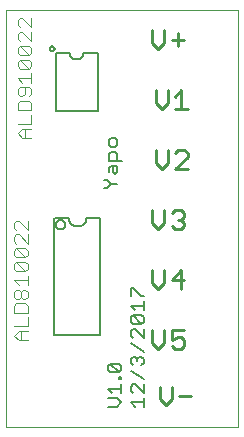
<source format=gto>
G75*
%MOIN*%
%OFA0B0*%
%FSLAX25Y25*%
%IPPOS*%
%LPD*%
%AMOC8*
5,1,8,0,0,1.08239X$1,22.5*
%
%ADD10C,0.00000*%
%ADD11C,0.00700*%
%ADD12C,0.00500*%
%ADD13C,0.00400*%
%ADD14C,0.00900*%
D10*
X0001000Y0001000D02*
X0001000Y0139711D01*
X0078451Y0139711D01*
X0078451Y0001000D01*
X0001000Y0001000D01*
D11*
X0035096Y0007600D02*
X0037965Y0007600D01*
X0039400Y0009035D01*
X0037965Y0010469D01*
X0035096Y0010469D01*
X0036531Y0012204D02*
X0035096Y0013638D01*
X0039400Y0013638D01*
X0039400Y0012204D02*
X0039400Y0015073D01*
X0039400Y0016808D02*
X0038683Y0016808D01*
X0038683Y0017525D01*
X0039400Y0017525D01*
X0039400Y0016808D01*
X0038683Y0019110D02*
X0035814Y0021979D01*
X0038683Y0021979D01*
X0039400Y0021262D01*
X0039400Y0019827D01*
X0038683Y0019110D01*
X0035814Y0019110D01*
X0035096Y0019827D01*
X0035096Y0021262D01*
X0035814Y0021979D01*
X0042596Y0022129D02*
X0042596Y0023564D01*
X0043314Y0024281D01*
X0044031Y0024281D01*
X0044748Y0023564D01*
X0045465Y0024281D01*
X0046183Y0024281D01*
X0046900Y0023564D01*
X0046900Y0022129D01*
X0046183Y0021412D01*
X0044748Y0022846D02*
X0044748Y0023564D01*
X0043314Y0021412D02*
X0042596Y0022129D01*
X0042596Y0019677D02*
X0046900Y0016808D01*
X0046900Y0015073D02*
X0046900Y0012204D01*
X0044031Y0015073D01*
X0043314Y0015073D01*
X0042596Y0014356D01*
X0042596Y0012921D01*
X0043314Y0012204D01*
X0042596Y0009035D02*
X0046900Y0009035D01*
X0046900Y0010469D02*
X0046900Y0007600D01*
X0044031Y0007600D02*
X0042596Y0009035D01*
X0046900Y0026016D02*
X0042596Y0028885D01*
X0043314Y0030620D02*
X0042596Y0031337D01*
X0042596Y0032771D01*
X0043314Y0033489D01*
X0044031Y0033489D01*
X0046900Y0030620D01*
X0046900Y0033489D01*
X0046183Y0035224D02*
X0043314Y0038093D01*
X0046183Y0038093D01*
X0046900Y0037375D01*
X0046900Y0035941D01*
X0046183Y0035224D01*
X0043314Y0035224D01*
X0042596Y0035941D01*
X0042596Y0037375D01*
X0043314Y0038093D01*
X0044031Y0039827D02*
X0042596Y0041262D01*
X0046900Y0041262D01*
X0046900Y0039827D02*
X0046900Y0042697D01*
X0046900Y0044431D02*
X0046183Y0044431D01*
X0043314Y0047301D01*
X0042596Y0047301D01*
X0042596Y0044431D01*
X0034564Y0080434D02*
X0033846Y0080434D01*
X0034564Y0080434D02*
X0035998Y0081869D01*
X0038150Y0081869D01*
X0035998Y0081869D02*
X0034564Y0083303D01*
X0033846Y0083303D01*
X0035281Y0085755D02*
X0035281Y0087190D01*
X0035998Y0087907D01*
X0038150Y0087907D01*
X0038150Y0085755D01*
X0037433Y0085038D01*
X0036715Y0085755D01*
X0036715Y0087907D01*
X0035281Y0089642D02*
X0035281Y0091794D01*
X0035998Y0092511D01*
X0037433Y0092511D01*
X0038150Y0091794D01*
X0038150Y0089642D01*
X0039585Y0089642D02*
X0035281Y0089642D01*
X0035998Y0094246D02*
X0037433Y0094246D01*
X0038150Y0094963D01*
X0038150Y0096398D01*
X0037433Y0097115D01*
X0035998Y0097115D01*
X0035281Y0096398D01*
X0035281Y0094963D01*
X0035998Y0094246D01*
D12*
X0031837Y0106354D02*
X0017663Y0106354D01*
X0017663Y0125646D01*
X0022309Y0125646D01*
X0022309Y0125528D01*
X0022311Y0125438D01*
X0022317Y0125348D01*
X0022326Y0125258D01*
X0022340Y0125169D01*
X0022357Y0125080D01*
X0022378Y0124992D01*
X0022402Y0124905D01*
X0022430Y0124820D01*
X0022462Y0124735D01*
X0022498Y0124652D01*
X0022537Y0124571D01*
X0022579Y0124491D01*
X0022625Y0124413D01*
X0022674Y0124337D01*
X0022726Y0124264D01*
X0022781Y0124192D01*
X0022839Y0124123D01*
X0022900Y0124057D01*
X0022964Y0123993D01*
X0023030Y0123932D01*
X0023099Y0123874D01*
X0023171Y0123819D01*
X0023244Y0123767D01*
X0023320Y0123718D01*
X0023398Y0123672D01*
X0023478Y0123630D01*
X0023559Y0123591D01*
X0023642Y0123555D01*
X0023727Y0123523D01*
X0023812Y0123495D01*
X0023899Y0123471D01*
X0023987Y0123450D01*
X0024076Y0123433D01*
X0024165Y0123419D01*
X0024255Y0123410D01*
X0024345Y0123404D01*
X0024435Y0123402D01*
X0024750Y0123402D01*
X0024843Y0123406D01*
X0024935Y0123415D01*
X0025027Y0123427D01*
X0025119Y0123443D01*
X0025209Y0123463D01*
X0025299Y0123487D01*
X0025387Y0123515D01*
X0025475Y0123546D01*
X0025561Y0123581D01*
X0025645Y0123620D01*
X0025728Y0123662D01*
X0025808Y0123708D01*
X0025887Y0123757D01*
X0025964Y0123810D01*
X0026038Y0123865D01*
X0026110Y0123924D01*
X0026179Y0123986D01*
X0026246Y0124050D01*
X0026309Y0124118D01*
X0026370Y0124188D01*
X0026428Y0124260D01*
X0026483Y0124335D01*
X0026535Y0124412D01*
X0026583Y0124492D01*
X0026628Y0124573D01*
X0026669Y0124656D01*
X0026707Y0124741D01*
X0026741Y0124827D01*
X0026771Y0124915D01*
X0026798Y0125004D01*
X0026821Y0125094D01*
X0026840Y0125184D01*
X0026855Y0125276D01*
X0026866Y0125368D01*
X0026873Y0125461D01*
X0026877Y0125553D01*
X0026876Y0125646D01*
X0031837Y0125646D01*
X0031837Y0106354D01*
X0015695Y0127024D02*
X0015697Y0127080D01*
X0015703Y0127135D01*
X0015713Y0127189D01*
X0015726Y0127243D01*
X0015744Y0127296D01*
X0015765Y0127347D01*
X0015789Y0127397D01*
X0015817Y0127445D01*
X0015849Y0127491D01*
X0015883Y0127535D01*
X0015921Y0127576D01*
X0015961Y0127614D01*
X0016004Y0127649D01*
X0016049Y0127681D01*
X0016097Y0127710D01*
X0016146Y0127736D01*
X0016197Y0127758D01*
X0016249Y0127776D01*
X0016303Y0127790D01*
X0016358Y0127801D01*
X0016413Y0127808D01*
X0016468Y0127811D01*
X0016524Y0127810D01*
X0016579Y0127805D01*
X0016634Y0127796D01*
X0016688Y0127784D01*
X0016741Y0127767D01*
X0016793Y0127747D01*
X0016843Y0127723D01*
X0016891Y0127696D01*
X0016938Y0127666D01*
X0016982Y0127632D01*
X0017024Y0127595D01*
X0017062Y0127555D01*
X0017099Y0127513D01*
X0017132Y0127468D01*
X0017161Y0127422D01*
X0017188Y0127373D01*
X0017210Y0127322D01*
X0017230Y0127270D01*
X0017245Y0127216D01*
X0017257Y0127162D01*
X0017265Y0127107D01*
X0017269Y0127052D01*
X0017269Y0126996D01*
X0017265Y0126941D01*
X0017257Y0126886D01*
X0017245Y0126832D01*
X0017230Y0126778D01*
X0017210Y0126726D01*
X0017188Y0126675D01*
X0017161Y0126626D01*
X0017132Y0126580D01*
X0017099Y0126535D01*
X0017062Y0126493D01*
X0017024Y0126453D01*
X0016982Y0126416D01*
X0016938Y0126382D01*
X0016891Y0126352D01*
X0016843Y0126325D01*
X0016793Y0126301D01*
X0016741Y0126281D01*
X0016688Y0126264D01*
X0016634Y0126252D01*
X0016579Y0126243D01*
X0016524Y0126238D01*
X0016468Y0126237D01*
X0016413Y0126240D01*
X0016358Y0126247D01*
X0016303Y0126258D01*
X0016249Y0126272D01*
X0016197Y0126290D01*
X0016146Y0126312D01*
X0016097Y0126338D01*
X0016049Y0126367D01*
X0016004Y0126399D01*
X0015961Y0126434D01*
X0015921Y0126472D01*
X0015883Y0126513D01*
X0015849Y0126557D01*
X0015817Y0126603D01*
X0015789Y0126651D01*
X0015765Y0126701D01*
X0015744Y0126752D01*
X0015726Y0126805D01*
X0015713Y0126859D01*
X0015703Y0126913D01*
X0015697Y0126968D01*
X0015695Y0127024D01*
X0017270Y0070685D02*
X0021994Y0070685D01*
X0017615Y0068323D02*
X0017617Y0068403D01*
X0017623Y0068483D01*
X0017633Y0068563D01*
X0017647Y0068642D01*
X0017664Y0068720D01*
X0017686Y0068798D01*
X0017711Y0068874D01*
X0017740Y0068949D01*
X0017773Y0069022D01*
X0017810Y0069094D01*
X0017849Y0069163D01*
X0017893Y0069231D01*
X0017939Y0069296D01*
X0017989Y0069359D01*
X0018042Y0069420D01*
X0018097Y0069478D01*
X0018156Y0069533D01*
X0018217Y0069585D01*
X0018281Y0069634D01*
X0018347Y0069679D01*
X0018415Y0069722D01*
X0018485Y0069761D01*
X0018557Y0069796D01*
X0018631Y0069828D01*
X0018706Y0069856D01*
X0018782Y0069881D01*
X0018860Y0069901D01*
X0018939Y0069918D01*
X0019018Y0069931D01*
X0019098Y0069940D01*
X0019178Y0069945D01*
X0019258Y0069946D01*
X0019338Y0069943D01*
X0019418Y0069936D01*
X0019498Y0069925D01*
X0019577Y0069910D01*
X0019655Y0069892D01*
X0019732Y0069869D01*
X0019808Y0069843D01*
X0019882Y0069813D01*
X0019955Y0069779D01*
X0020026Y0069742D01*
X0020095Y0069701D01*
X0020163Y0069657D01*
X0020227Y0069610D01*
X0020290Y0069559D01*
X0020350Y0069506D01*
X0020407Y0069449D01*
X0020461Y0069390D01*
X0020512Y0069328D01*
X0020560Y0069264D01*
X0020605Y0069197D01*
X0020647Y0069129D01*
X0020685Y0069058D01*
X0020720Y0068986D01*
X0020751Y0068911D01*
X0020778Y0068836D01*
X0020801Y0068759D01*
X0020821Y0068681D01*
X0020837Y0068603D01*
X0020849Y0068523D01*
X0020857Y0068443D01*
X0020861Y0068363D01*
X0020861Y0068283D01*
X0020857Y0068203D01*
X0020849Y0068123D01*
X0020837Y0068043D01*
X0020821Y0067965D01*
X0020801Y0067887D01*
X0020778Y0067810D01*
X0020751Y0067735D01*
X0020720Y0067660D01*
X0020685Y0067588D01*
X0020647Y0067517D01*
X0020605Y0067449D01*
X0020560Y0067382D01*
X0020512Y0067318D01*
X0020461Y0067256D01*
X0020407Y0067197D01*
X0020350Y0067140D01*
X0020290Y0067087D01*
X0020227Y0067036D01*
X0020163Y0066989D01*
X0020095Y0066945D01*
X0020026Y0066904D01*
X0019955Y0066867D01*
X0019882Y0066833D01*
X0019808Y0066803D01*
X0019732Y0066777D01*
X0019655Y0066754D01*
X0019577Y0066736D01*
X0019498Y0066721D01*
X0019418Y0066710D01*
X0019338Y0066703D01*
X0019258Y0066700D01*
X0019178Y0066701D01*
X0019098Y0066706D01*
X0019018Y0066715D01*
X0018939Y0066728D01*
X0018860Y0066745D01*
X0018782Y0066765D01*
X0018706Y0066790D01*
X0018631Y0066818D01*
X0018557Y0066850D01*
X0018485Y0066885D01*
X0018415Y0066924D01*
X0018347Y0066967D01*
X0018281Y0067012D01*
X0018217Y0067061D01*
X0018156Y0067113D01*
X0018097Y0067168D01*
X0018042Y0067226D01*
X0017989Y0067287D01*
X0017939Y0067350D01*
X0017893Y0067415D01*
X0017849Y0067483D01*
X0017810Y0067552D01*
X0017773Y0067624D01*
X0017740Y0067697D01*
X0017711Y0067772D01*
X0017686Y0067848D01*
X0017664Y0067926D01*
X0017647Y0068004D01*
X0017633Y0068083D01*
X0017623Y0068163D01*
X0017617Y0068243D01*
X0017615Y0068323D01*
X0017073Y0070488D02*
X0017073Y0031512D01*
X0032427Y0031512D01*
X0032427Y0070488D01*
X0032230Y0070685D02*
X0027900Y0070685D01*
X0027898Y0070577D01*
X0027892Y0070469D01*
X0027882Y0070362D01*
X0027869Y0070255D01*
X0027851Y0070149D01*
X0027829Y0070043D01*
X0027804Y0069938D01*
X0027775Y0069834D01*
X0027742Y0069732D01*
X0027705Y0069630D01*
X0027665Y0069530D01*
X0027621Y0069432D01*
X0027573Y0069335D01*
X0027522Y0069240D01*
X0027468Y0069147D01*
X0027410Y0069056D01*
X0027349Y0068967D01*
X0027284Y0068880D01*
X0027217Y0068796D01*
X0027146Y0068714D01*
X0027073Y0068635D01*
X0026997Y0068559D01*
X0026918Y0068486D01*
X0026836Y0068415D01*
X0026752Y0068348D01*
X0026665Y0068283D01*
X0026576Y0068222D01*
X0026485Y0068164D01*
X0026392Y0068110D01*
X0026297Y0068059D01*
X0026200Y0068011D01*
X0026102Y0067967D01*
X0026002Y0067927D01*
X0025900Y0067890D01*
X0025798Y0067857D01*
X0025694Y0067828D01*
X0025589Y0067803D01*
X0025483Y0067781D01*
X0025377Y0067763D01*
X0025270Y0067750D01*
X0025163Y0067740D01*
X0025055Y0067734D01*
X0024947Y0067732D01*
X0024839Y0067734D01*
X0024731Y0067740D01*
X0024624Y0067750D01*
X0024517Y0067763D01*
X0024411Y0067781D01*
X0024305Y0067803D01*
X0024200Y0067828D01*
X0024096Y0067857D01*
X0023994Y0067890D01*
X0023892Y0067927D01*
X0023792Y0067967D01*
X0023694Y0068011D01*
X0023597Y0068059D01*
X0023502Y0068110D01*
X0023409Y0068164D01*
X0023318Y0068222D01*
X0023229Y0068283D01*
X0023142Y0068348D01*
X0023058Y0068415D01*
X0022976Y0068486D01*
X0022897Y0068559D01*
X0022821Y0068635D01*
X0022748Y0068714D01*
X0022677Y0068796D01*
X0022610Y0068880D01*
X0022545Y0068967D01*
X0022484Y0069056D01*
X0022426Y0069147D01*
X0022372Y0069240D01*
X0022321Y0069335D01*
X0022273Y0069432D01*
X0022229Y0069530D01*
X0022189Y0069630D01*
X0022152Y0069732D01*
X0022119Y0069834D01*
X0022090Y0069938D01*
X0022065Y0070043D01*
X0022043Y0070149D01*
X0022025Y0070255D01*
X0022012Y0070362D01*
X0022002Y0070469D01*
X0021996Y0070577D01*
X0021994Y0070685D01*
D13*
X0008300Y0069665D02*
X0008300Y0066596D01*
X0005231Y0069665D01*
X0004463Y0069665D01*
X0003696Y0068898D01*
X0003696Y0067363D01*
X0004463Y0066596D01*
X0004463Y0065061D02*
X0003696Y0064294D01*
X0003696Y0062759D01*
X0004463Y0061992D01*
X0004463Y0060457D02*
X0003696Y0059690D01*
X0003696Y0058155D01*
X0004463Y0057388D01*
X0007533Y0057388D01*
X0004463Y0060457D01*
X0007533Y0060457D01*
X0008300Y0059690D01*
X0008300Y0058155D01*
X0007533Y0057388D01*
X0007533Y0055853D02*
X0008300Y0055086D01*
X0008300Y0053552D01*
X0007533Y0052784D01*
X0004463Y0055853D01*
X0007533Y0055853D01*
X0007533Y0052784D02*
X0004463Y0052784D01*
X0003696Y0053552D01*
X0003696Y0055086D01*
X0004463Y0055853D01*
X0003696Y0049715D02*
X0008300Y0049715D01*
X0008300Y0048180D02*
X0008300Y0051250D01*
X0005231Y0048180D02*
X0003696Y0049715D01*
X0004463Y0046646D02*
X0003696Y0045878D01*
X0003696Y0044344D01*
X0004463Y0043576D01*
X0005231Y0043576D01*
X0005998Y0044344D01*
X0005998Y0045878D01*
X0006765Y0046646D01*
X0007533Y0046646D01*
X0008300Y0045878D01*
X0008300Y0044344D01*
X0007533Y0043576D01*
X0006765Y0043576D01*
X0005998Y0044344D01*
X0005998Y0045878D02*
X0005231Y0046646D01*
X0004463Y0046646D01*
X0004463Y0042042D02*
X0003696Y0041274D01*
X0003696Y0038972D01*
X0008300Y0038972D01*
X0008300Y0041274D01*
X0007533Y0042042D01*
X0004463Y0042042D01*
X0008300Y0037438D02*
X0008300Y0034369D01*
X0003696Y0034369D01*
X0005231Y0032834D02*
X0003696Y0031299D01*
X0005231Y0029765D01*
X0008300Y0029765D01*
X0008300Y0032834D02*
X0005231Y0032834D01*
X0005998Y0032834D02*
X0005998Y0029765D01*
X0008300Y0061992D02*
X0005231Y0065061D01*
X0004463Y0065061D01*
X0008300Y0065061D02*
X0008300Y0061992D01*
X0007248Y0097265D02*
X0007248Y0100334D01*
X0006481Y0100334D02*
X0009550Y0100334D01*
X0009550Y0101869D02*
X0009550Y0104938D01*
X0009550Y0106472D02*
X0009550Y0108774D01*
X0008783Y0109542D01*
X0005713Y0109542D01*
X0004946Y0108774D01*
X0004946Y0106472D01*
X0009550Y0106472D01*
X0008783Y0111076D02*
X0009550Y0111844D01*
X0009550Y0113378D01*
X0008783Y0114146D01*
X0005713Y0114146D01*
X0004946Y0113378D01*
X0004946Y0111844D01*
X0005713Y0111076D01*
X0006481Y0111076D01*
X0007248Y0111844D01*
X0007248Y0114146D01*
X0006481Y0115680D02*
X0004946Y0117215D01*
X0009550Y0117215D01*
X0009550Y0115680D02*
X0009550Y0118750D01*
X0008783Y0120284D02*
X0005713Y0123353D01*
X0008783Y0123353D01*
X0009550Y0122586D01*
X0009550Y0121052D01*
X0008783Y0120284D01*
X0005713Y0120284D01*
X0004946Y0121052D01*
X0004946Y0122586D01*
X0005713Y0123353D01*
X0005713Y0124888D02*
X0004946Y0125655D01*
X0004946Y0127190D01*
X0005713Y0127957D01*
X0008783Y0124888D01*
X0009550Y0125655D01*
X0009550Y0127190D01*
X0008783Y0127957D01*
X0005713Y0127957D01*
X0005713Y0129492D02*
X0004946Y0130259D01*
X0004946Y0131794D01*
X0005713Y0132561D01*
X0006481Y0132561D01*
X0009550Y0129492D01*
X0009550Y0132561D01*
X0009550Y0134096D02*
X0006481Y0137165D01*
X0005713Y0137165D01*
X0004946Y0136398D01*
X0004946Y0134863D01*
X0005713Y0134096D01*
X0009550Y0134096D02*
X0009550Y0137165D01*
X0008783Y0124888D02*
X0005713Y0124888D01*
X0004946Y0101869D02*
X0009550Y0101869D01*
X0009550Y0097265D02*
X0006481Y0097265D01*
X0004946Y0098799D01*
X0006481Y0100334D01*
D14*
X0049809Y0073055D02*
X0049809Y0068985D01*
X0051844Y0066950D01*
X0053879Y0068985D01*
X0053879Y0073055D01*
X0056254Y0072038D02*
X0057272Y0073055D01*
X0059307Y0073055D01*
X0060325Y0072038D01*
X0060325Y0071020D01*
X0059307Y0070003D01*
X0060325Y0068985D01*
X0060325Y0067968D01*
X0059307Y0066950D01*
X0057272Y0066950D01*
X0056254Y0067968D01*
X0058290Y0070003D02*
X0059307Y0070003D01*
X0059307Y0053055D02*
X0056254Y0050003D01*
X0060325Y0050003D01*
X0059307Y0053055D02*
X0059307Y0046950D01*
X0053879Y0048985D02*
X0053879Y0053055D01*
X0053879Y0048985D02*
X0051844Y0046950D01*
X0049809Y0048985D01*
X0049809Y0053055D01*
X0049809Y0033055D02*
X0049809Y0028985D01*
X0051844Y0026950D01*
X0053879Y0028985D01*
X0053879Y0033055D01*
X0056254Y0033055D02*
X0056254Y0030003D01*
X0058290Y0031020D01*
X0059307Y0031020D01*
X0060325Y0030003D01*
X0060325Y0027968D01*
X0059307Y0026950D01*
X0057272Y0026950D01*
X0056254Y0027968D01*
X0056254Y0033055D02*
X0060325Y0033055D01*
X0056379Y0014305D02*
X0056379Y0010235D01*
X0054344Y0008200D01*
X0052309Y0010235D01*
X0052309Y0014305D01*
X0058754Y0011253D02*
X0062825Y0011253D01*
X0061575Y0086950D02*
X0057504Y0086950D01*
X0061575Y0091020D01*
X0061575Y0092038D01*
X0060557Y0093055D01*
X0058522Y0093055D01*
X0057504Y0092038D01*
X0055129Y0093055D02*
X0055129Y0088985D01*
X0053094Y0086950D01*
X0051059Y0088985D01*
X0051059Y0093055D01*
X0053094Y0106950D02*
X0055129Y0108985D01*
X0055129Y0113055D01*
X0057504Y0111020D02*
X0059540Y0113055D01*
X0059540Y0106950D01*
X0061575Y0106950D02*
X0057504Y0106950D01*
X0053094Y0106950D02*
X0051059Y0108985D01*
X0051059Y0113055D01*
X0051844Y0126950D02*
X0053879Y0128985D01*
X0053879Y0133055D01*
X0056254Y0130003D02*
X0060325Y0130003D01*
X0058290Y0132038D02*
X0058290Y0127968D01*
X0051844Y0126950D02*
X0049809Y0128985D01*
X0049809Y0133055D01*
M02*

</source>
